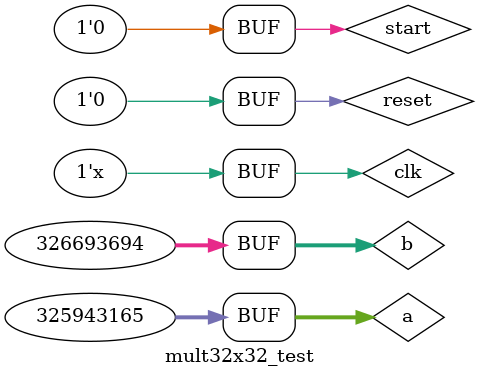
<source format=sv>
module mult32x32_test;

    logic clk;            // Clock
    logic reset;          // Reset
    logic start;          // Start signal
    logic [31:0] a;       // Input a
    logic [31:0] b;       // Input b
    logic busy;           // Multiplier busy indication
    logic [63:0] product; // Miltiplication product

// Put your code here
// ------------------

//module instanciation
mult32x32 multiplier(
	.clk(clk),
	.reset(reset),
	.start(start),
	.a(a),
	.b(b),
	.busy(busy),
	.product(product)
);




initial begin
	clk=1'b0;
	start=1'b0;
	#10
	reset=1'b1;
	#8
	reset=1'b0;
	#2
	a=325943165;
	b=326693694;
	#2
	start=1'b1;
	#2
	start=1'b0;
end
always begin
	#1
	clk= ~clk;
end


// End of your code

endmodule

</source>
